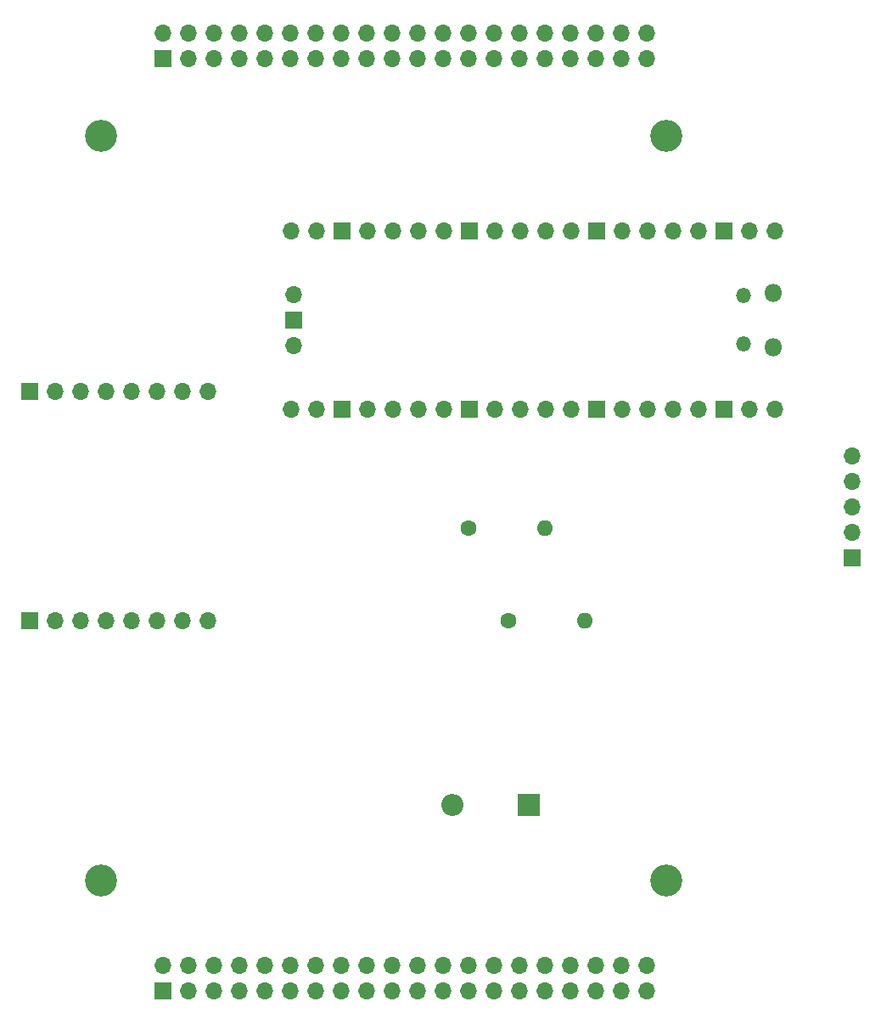
<source format=gbr>
%TF.GenerationSoftware,KiCad,Pcbnew,7.0.1*%
%TF.CreationDate,2023-09-04T23:27:21+05:00*%
%TF.ProjectId,smartcar_control_v1,736d6172-7463-4617-925f-636f6e74726f,rev?*%
%TF.SameCoordinates,Original*%
%TF.FileFunction,Soldermask,Bot*%
%TF.FilePolarity,Negative*%
%FSLAX46Y46*%
G04 Gerber Fmt 4.6, Leading zero omitted, Abs format (unit mm)*
G04 Created by KiCad (PCBNEW 7.0.1) date 2023-09-04 23:27:21*
%MOMM*%
%LPD*%
G01*
G04 APERTURE LIST*
%ADD10R,1.700000X1.700000*%
%ADD11O,1.700000X1.700000*%
%ADD12O,1.800000X1.800000*%
%ADD13O,1.500000X1.500000*%
%ADD14C,3.200000*%
%ADD15C,1.600000*%
%ADD16O,1.600000X1.600000*%
%ADD17R,2.200000X2.200000*%
%ADD18O,2.200000X2.200000*%
G04 APERTURE END LIST*
D10*
%TO.C,J6*%
X104800000Y-45500000D03*
D11*
X104800000Y-42960000D03*
X107340000Y-45500000D03*
X107340000Y-42960000D03*
X109880000Y-45500000D03*
X109880000Y-42960000D03*
X112420000Y-45500000D03*
X112420000Y-42960000D03*
X114960000Y-45500000D03*
X114960000Y-42960000D03*
X117500000Y-45500000D03*
X117500000Y-42960000D03*
X120040000Y-45500000D03*
X120040000Y-42960000D03*
X122580000Y-45500000D03*
X122580000Y-42960000D03*
X125120000Y-45500000D03*
X125120000Y-42960000D03*
X127660000Y-45500000D03*
X127660000Y-42960000D03*
X130200000Y-45500000D03*
X130200000Y-42960000D03*
X132740000Y-45500000D03*
X132740000Y-42960000D03*
X135280000Y-45500000D03*
X135280000Y-42960000D03*
X137820000Y-45500000D03*
X137820000Y-42960000D03*
X140360000Y-45500000D03*
X140360000Y-42960000D03*
X142900000Y-45500000D03*
X142900000Y-42960000D03*
X145440000Y-45500000D03*
X145440000Y-42960000D03*
X147980000Y-45500000D03*
X147980000Y-42960000D03*
X150520000Y-45500000D03*
X150520000Y-42960000D03*
X153060000Y-45500000D03*
X153060000Y-42960000D03*
%TD*%
D10*
%TO.C,J7*%
X104800000Y-138500000D03*
D11*
X104800000Y-135960000D03*
X107340000Y-138500000D03*
X107340000Y-135960000D03*
X109880000Y-138500000D03*
X109880000Y-135960000D03*
X112420000Y-138500000D03*
X112420000Y-135960000D03*
X114960000Y-138500000D03*
X114960000Y-135960000D03*
X117500000Y-138500000D03*
X117500000Y-135960000D03*
X120040000Y-138500000D03*
X120040000Y-135960000D03*
X122580000Y-138500000D03*
X122580000Y-135960000D03*
X125120000Y-138500000D03*
X125120000Y-135960000D03*
X127660000Y-138500000D03*
X127660000Y-135960000D03*
X130200000Y-138500000D03*
X130200000Y-135960000D03*
X132740000Y-138500000D03*
X132740000Y-135960000D03*
X135280000Y-138500000D03*
X135280000Y-135960000D03*
X137820000Y-138500000D03*
X137820000Y-135960000D03*
X140360000Y-138500000D03*
X140360000Y-135960000D03*
X142900000Y-138500000D03*
X142900000Y-135960000D03*
X145440000Y-138500000D03*
X145440000Y-135960000D03*
X147980000Y-138500000D03*
X147980000Y-135960000D03*
X150520000Y-138500000D03*
X150520000Y-135960000D03*
X153060000Y-138500000D03*
X153060000Y-135960000D03*
%TD*%
D12*
%TO.C,U3*%
X165730000Y-68845000D03*
D13*
X162700000Y-69145000D03*
X162700000Y-73995000D03*
D12*
X165730000Y-74295000D03*
D11*
X165860000Y-62680000D03*
X163320000Y-62680000D03*
D10*
X160780000Y-62680000D03*
D11*
X158240000Y-62680000D03*
X155700000Y-62680000D03*
X153160000Y-62680000D03*
X150620000Y-62680000D03*
D10*
X148080000Y-62680000D03*
D11*
X145540000Y-62680000D03*
X143000000Y-62680000D03*
X140460000Y-62680000D03*
X137920000Y-62680000D03*
D10*
X135380000Y-62680000D03*
D11*
X132840000Y-62680000D03*
X130300000Y-62680000D03*
X127760000Y-62680000D03*
X125220000Y-62680000D03*
D10*
X122680000Y-62680000D03*
D11*
X120140000Y-62680000D03*
X117600000Y-62680000D03*
X117600000Y-80460000D03*
X120140000Y-80460000D03*
D10*
X122680000Y-80460000D03*
D11*
X125220000Y-80460000D03*
X127760000Y-80460000D03*
X130300000Y-80460000D03*
X132840000Y-80460000D03*
D10*
X135380000Y-80460000D03*
D11*
X137920000Y-80460000D03*
X140460000Y-80460000D03*
X143000000Y-80460000D03*
X145540000Y-80460000D03*
D10*
X148080000Y-80460000D03*
D11*
X150620000Y-80460000D03*
X153160000Y-80460000D03*
X155700000Y-80460000D03*
X158240000Y-80460000D03*
D10*
X160780000Y-80460000D03*
D11*
X163320000Y-80460000D03*
X165860000Y-80460000D03*
X117830000Y-69030000D03*
D10*
X117830000Y-71570000D03*
D11*
X117830000Y-74110000D03*
%TD*%
D10*
%TO.C,J1*%
X173520000Y-95310000D03*
D11*
X173520000Y-92770000D03*
X173520000Y-90230000D03*
X173520000Y-87690000D03*
X173520000Y-85150000D03*
%TD*%
D14*
%TO.C,H4*%
X155060000Y-53210000D03*
%TD*%
%TO.C,H1*%
X98660000Y-127510000D03*
%TD*%
%TO.C,H2*%
X98660000Y-53210000D03*
%TD*%
%TO.C,H3*%
X155060000Y-127510000D03*
%TD*%
D15*
%TO.C,R1*%
X139260000Y-101550000D03*
D16*
X146880000Y-101550000D03*
%TD*%
D15*
%TO.C,R2*%
X135290000Y-92300000D03*
D16*
X142910000Y-92300000D03*
%TD*%
D10*
%TO.C,U1*%
X91500000Y-101600000D03*
D11*
X94040000Y-101600000D03*
X96580000Y-101600000D03*
X99120000Y-101600000D03*
X101660000Y-101600000D03*
X104200000Y-101600000D03*
X106740000Y-101600000D03*
X109280000Y-101600000D03*
X109280000Y-78740000D03*
X106740000Y-78740000D03*
X104200000Y-78740000D03*
X101660000Y-78740000D03*
X99120000Y-78740000D03*
X96580000Y-78740000D03*
X94040000Y-78740000D03*
D10*
X91500000Y-78740000D03*
%TD*%
D17*
%TO.C,D1*%
X141330000Y-119930000D03*
D18*
X133710000Y-119930000D03*
%TD*%
M02*

</source>
